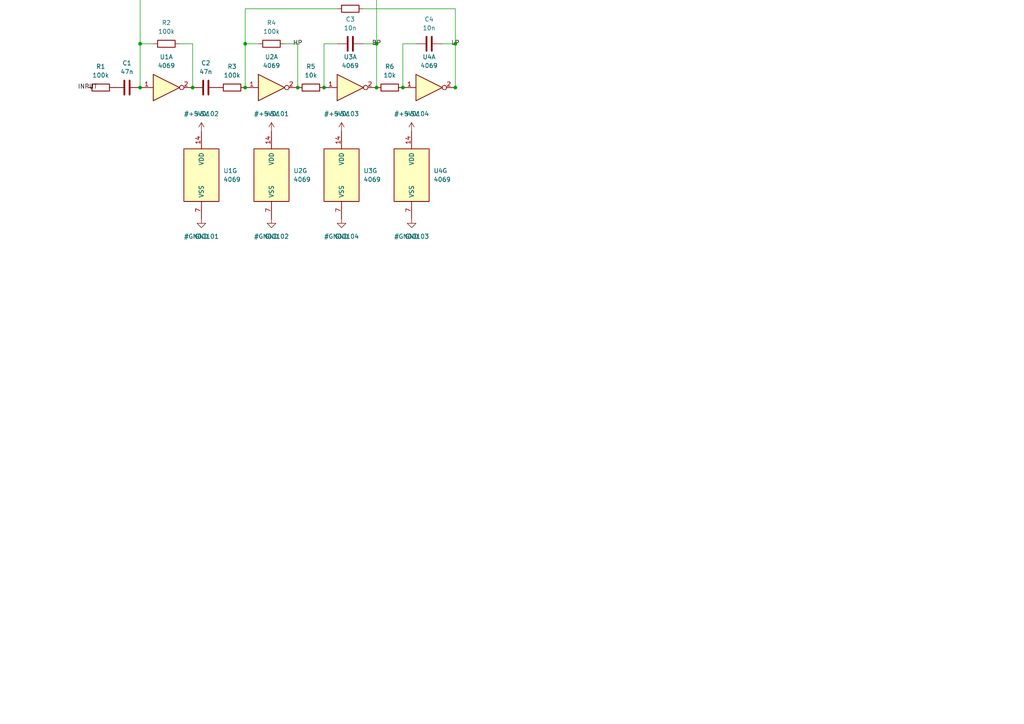
<source format=kicad_sch>
(kicad_sch (version 20211123) (generator elektron)
  (paper "A4")
  (lib_symbols
    (symbol "Device:R" (pin_numbers hide) (pin_names (offset 0))
      (property "Reference" "R" (at 2.032 0 90))
      (property "Value" "R" (at 0 0 90))
      (symbol "R_0_1"
        (rectangle (start -1.016 -2.54) (end 1.016 2.54) (stroke (width 0.254)))
      )
      (symbol "R_1_1"
        (pin passive line (at 0 3.81 270) (length 1.27) (name "~") (number "1"))
        (pin passive line (at 0 -3.81 90) (length 1.27) (name "~") (number "2"))
      )
    )
    (symbol "Device:C" (pin_numbers hide) (pin_names (offset 0.254))
      (property "Reference" "C" (at 0.635 2.54 0))
      (property "Value" "C" (at 0.635 -2.54 0))
      (symbol "C_0_1"
        (polyline (pts (xy -2.032 -0.762) (xy 2.032 -0.762)) (stroke (width 0.508)))
        (polyline (pts (xy -2.032 0.762) (xy 2.032 0.762)) (stroke (width 0.508)))
      )
      (symbol "C_1_1"
        (pin passive line (at 0 3.81 270) (length 2.794) (name "~") (number "1"))
        (pin passive line (at 0 -3.81 90) (length 2.794) (name "~") (number "2"))
      )
    )
    (symbol "4xxx:4069" (pin_names (offset 1.016))
      (property "Reference" "U" (at 0 1.27 0))
      (property "Value" "4069" (at 0 -1.27 0))
      (symbol "4069_1_0"
        (polyline (pts (xy -3.81 3.81) (xy -3.81 -3.81) (xy 3.81 0) (xy -3.81 3.81)) (stroke (width 0.254)) (fill (type background)))
        (pin input line (at -7.62 0 0) (length 3.81) (name "~") (number "1"))
        (pin output inverted (at 7.62 0 180) (length 3.81) (name "~") (number "2"))
      )
      (symbol "4069_2_0"
        (polyline (pts (xy -3.81 3.81) (xy -3.81 -3.81) (xy 3.81 0) (xy -3.81 3.81)) (stroke (width 0.254)) (fill (type background)))
        (pin input line (at -7.62 0 0) (length 3.81) (name "~") (number "3"))
        (pin output inverted (at 7.62 0 180) (length 3.81) (name "~") (number "4"))
      )
      (symbol "4069_3_0"
        (polyline (pts (xy -3.81 3.81) (xy -3.81 -3.81) (xy 3.81 0) (xy -3.81 3.81)) (stroke (width 0.254)) (fill (type background)))
        (pin input line (at -7.62 0 0) (length 3.81) (name "~") (number "5"))
        (pin output inverted (at 7.62 0 180) (length 3.81) (name "~") (number "6"))
      )
      (symbol "4069_4_0"
        (polyline (pts (xy -3.81 3.81) (xy -3.81 -3.81) (xy 3.81 0) (xy -3.81 3.81)) (stroke (width 0.254)) (fill (type background)))
        (pin output inverted (at 7.62 0 180) (length 3.81) (name "~") (number "8"))
        (pin input line (at -7.62 0 0) (length 3.81) (name "~") (number "9"))
      )
      (symbol "4069_5_0"
        (polyline (pts (xy -3.81 3.81) (xy -3.81 -3.81) (xy 3.81 0) (xy -3.81 3.81)) (stroke (width 0.254)) (fill (type background)))
        (pin output inverted (at 7.62 0 180) (length 3.81) (name "~") (number "10"))
        (pin input line (at -7.62 0 0) (length 3.81) (name "~") (number "11"))
      )
      (symbol "4069_6_0"
        (polyline (pts (xy -3.81 3.81) (xy -3.81 -3.81) (xy 3.81 0) (xy -3.81 3.81)) (stroke (width 0.254)) (fill (type background)))
        (pin output inverted (at 7.62 0 180) (length 3.81) (name "~") (number "12"))
        (pin input line (at -7.62 0 0) (length 3.81) (name "~") (number "13"))
      )
      (symbol "4069_7_0"
        (pin power_in line (at 0 12.7 270) (length 5.08) (name "VDD") (number "14"))
        (pin power_in line (at 0 -12.7 90) (length 5.08) (name "VSS") (number "7"))
      )
      (symbol "4069_7_1"
        (rectangle (start -5.08 7.62) (end 5.08 -7.62) (stroke (width 0.254)) (fill (type background)))
      )
    )
    (symbol "power:GND" (power) (pin_names (offset 0))
      (property "Value" "GND" (at 0 -3.81 0))
      (symbol "GND_0_1"
        (polyline (pts (xy 0 0) (xy 0 -1.27) (xy 1.27 -1.27) (xy 0 -2.54) (xy -1.27 -1.27) (xy 0 -1.27)))
      )
      (symbol "GND_1_1"
        (pin power_in line (at 0 0 270) (length 0) hide (name "GND") (number "1"))
      )
    )
    (symbol "power:+5V" (power) (pin_names (offset 0))
      (property "Value" "+5V" (at 0 3.556 0))
      (symbol "+5V_0_1"
        (polyline (pts (xy -0.762 1.27) (xy 0 2.54)))
        (polyline (pts (xy 0 0) (xy 0 2.54)))
        (polyline (pts (xy 0 2.54) (xy 0.762 1.27)))
      )
      (symbol "+5V_1_1"
        (pin power_in line (at 0 0 90) (length 0) hide (name "+5V") (number "1"))
      )
    )
  )
  (label "INPUT" (at 25.4 25.4 180))
  (symbol (lib_id "Device:R") (at 29.21 25.4 90) (unit 1)
    (property "Reference" "R1" (at 29.21 19.3 -90))
    (property "Value" "100k" (at 29.21 21.84 -90))
    (property "Spice_Netlist_Enabled" "Y" (effects hide))
    (property "value" "100k" (effects hide))
  )
  (symbol (lib_id "Device:C") (at 36.83 25.4 90) (unit 1)
    (property "Reference" "C1" (at 36.83 18.290000000000003 -90))
    (property "Value" "47n" (at 36.83 20.830000000000002 -90))
    (property "Spice_Netlist_Enabled" "Y" (effects hide))
    (property "value" "47n" (effects hide))
  )
  (junction (at 40.64 25.4))
  (symbol (lib_id "4xxx:4069") (at 48.26 25.4 0) (unit 1)
    (property "Reference" "U1" (at 48.26 16.51 0))
    (property "Value" "4069" (at 48.26 19.05 0))
    (property "Datasheet" "http://www.intersil.com/content/dam/Intersil/documents/cd40/cd4069ubms.pdf" (effects hide))
    (property "unit" "1" (effects hide))
    (property "Spice_Model" "4069UB" (effects hide))
    (property "Spice_Primitive" "X" (effects hide))
    (property "value" "4069" (effects hide))
  )
  (junction (at 55.88 25.4))
  (symbol (lib_id "Device:C") (at 59.69 25.4 90) (unit 1)
    (property "Reference" "C2" (at 59.69 18.290000000000003 -90))
    (property "Value" "47n" (at 59.69 20.830000000000002 -90))
    (property "Spice_Netlist_Enabled" "Y" (effects hide))
    (property "value" "47n" (effects hide))
  )
  (symbol (lib_id "Device:R") (at 67.31 25.4 90) (unit 1)
    (property "Reference" "R3" (at 67.31 19.3 -90))
    (property "Value" "100k" (at 67.31 21.84 -90))
    (property "value" "100k" (effects hide))
    (property "Spice_Netlist_Enabled" "Y" (effects hide))
  )
  (junction (at 71.12 25.4))
  (symbol (lib_id "4xxx:4069") (at 78.74 25.4 0) (unit 1)
    (property "Reference" "U2" (at 78.74 16.51 0))
    (property "Value" "4069" (at 78.74 19.05 0))
    (property "Datasheet" "http://www.intersil.com/content/dam/Intersil/documents/cd40/cd4069ubms.pdf" (effects hide))
    (property "Spice_Primitive" "X" (effects hide))
    (property "unit" "1" (effects hide))
    (property "value" "4069" (effects hide))
    (property "Spice_Model" "4069UB" (effects hide))
  )
  (junction (at 86.36 25.4))
  (symbol (lib_id "Device:R") (at 90.17 25.4 90) (unit 1)
    (property "Reference" "R5" (at 90.17 19.3 -90))
    (property "Value" "10k" (at 90.17 21.84 -90))
    (property "value" "10k" (effects hide))
    (property "Spice_Netlist_Enabled" "Y" (effects hide))
  )
  (junction (at 93.98 25.4))
  (symbol (lib_id "4xxx:4069") (at 101.6 25.4 0) (unit 1)
    (property "Reference" "U3" (at 101.6 16.51 0))
    (property "Value" "4069" (at 101.6 19.05 0))
    (property "Datasheet" "http://www.intersil.com/content/dam/Intersil/documents/cd40/cd4069ubms.pdf" (effects hide))
    (property "unit" "1" (effects hide))
    (property "Spice_Primitive" "X" (effects hide))
    (property "Spice_Model" "4069UB" (effects hide))
    (property "value" "4069" (effects hide))
  )
  (junction (at 109.22 25.4))
  (symbol (lib_id "Device:R") (at 113.03 25.4 90) (unit 1)
    (property "Reference" "R6" (at 113.03 19.3 -90))
    (property "Value" "10k" (at 113.03 21.84 -90))
    (property "value" "10k" (effects hide))
    (property "Spice_Netlist_Enabled" "Y" (effects hide))
  )
  (junction (at 116.84 25.4))
  (symbol (lib_id "4xxx:4069") (at 124.46 25.4 0) (unit 1)
    (property "Reference" "U4" (at 124.46 16.51 0))
    (property "Value" "4069" (at 124.46 19.05 0))
    (property "Datasheet" "http://www.intersil.com/content/dam/Intersil/documents/cd40/cd4069ubms.pdf" (effects hide))
    (property "value" "4069" (effects hide))
    (property "Spice_Primitive" "X" (effects hide))
    (property "Spice_Model" "4069UB" (effects hide))
    (property "unit" "1" (effects hide))
  )
  (junction (at 132.08 25.4))
  (wire (pts (xy 55.88 25.4) (xy 55.88 12.7)))
  (wire (pts (xy 55.88 12.7) (xy 52.07 12.7)))
  (wire (pts (xy 44.45 12.7) (xy 40.64 12.7)))
  (symbol (lib_id "Device:R") (at 48.26 12.7 270) (unit 1)
    (property "Reference" "R2" (at 48.26 6.6000000000000005 -270))
    (property "Value" "100k" (at 48.26 9.14 -270))
    (property "value" "100k" (effects hide))
    (property "Spice_Netlist_Enabled" "Y" (effects hide))
  )
  (junction (at 40.64 12.7))
  (wire (pts (xy 40.64 12.7) (xy 40.64 25.4)))
  (wire (pts (xy 86.36 25.4) (xy 86.36 12.7)))
  (label "HP" (at 86.36 12.7 0))
  (wire (pts (xy 86.36 12.7) (xy 82.55 12.7)))
  (wire (pts (xy 74.93 12.7) (xy 71.12 12.7)))
  (symbol (lib_id "Device:R") (at 78.74 12.7 270) (unit 1)
    (property "Reference" "R4" (at 78.74 6.6000000000000005 -270))
    (property "Value" "100k" (at 78.74 9.14 -270))
    (property "value" "100k" (effects hide))
    (property "Spice_Netlist_Enabled" "Y" (effects hide))
  )
  (junction (at 71.12 12.7))
  (wire (pts (xy 71.12 12.7) (xy 71.12 25.4)))
  (wire (pts (xy 109.22 25.4) (xy 109.22 12.7)))
  (label "BP" (at 109.22 12.7 0))
  (junction (at 109.22 12.7))
  (wire (pts (xy 109.22 12.7) (xy 105.41 12.7)))
  (wire (pts (xy 97.79 12.7) (xy 93.98 12.7)))
  (symbol (lib_id "Device:C") (at 101.6 12.7 270) (unit 1)
    (property "Reference" "C3" (at 101.6 5.589999999999999 -270))
    (property "Value" "10n" (at 101.6 8.129999999999999 -270))
    (property "Spice_Netlist_Enabled" "Y" (effects hide))
    (property "value" "10n" (effects hide))
  )
  (wire (pts (xy 93.98 12.7) (xy 93.98 25.4)))
  (wire (pts (xy 132.08 25.4) (xy 132.08 12.7)))
  (label "LP" (at 132.08 12.7 0))
  (junction (at 132.08 12.7))
  (wire (pts (xy 132.08 12.7) (xy 128.27 12.7)))
  (wire (pts (xy 120.65 12.7) (xy 116.84 12.7)))
  (symbol (lib_id "Device:C") (at 124.46 12.7 270) (unit 1)
    (property "Reference" "C4" (at 124.46 5.589999999999999 -270))
    (property "Value" "10n" (at 124.46 8.129999999999999 -270))
    (property "Spice_Netlist_Enabled" "Y" (effects hide))
    (property "value" "10n" (effects hide))
  )
  (wire (pts (xy 116.84 12.7) (xy 116.84 25.4)))
  (wire (pts (xy 132.08 12.7) (xy 132.08 2.54)))
  (wire (pts (xy 132.08 2.54) (xy 105.41 2.54)))
  (wire (pts (xy 97.79 2.54) (xy 71.12 2.54)))
  (symbol (lib_id "Device:R") (at 101.6 2.54 270) (unit 1)
    (property "Reference" "R7" (at 101.6 -3.56 -270))
    (property "Value" "100k" (at 101.6 -1.02 -270))
    (property "value" "100k" (effects hide))
    (property "Spice_Netlist_Enabled" "Y" (effects hide))
  )
  (wire (pts (xy 71.12 2.54) (xy 71.12 12.7)))
  (wire (pts (xy 109.22 12.7) (xy 109.22 -7.62)))
  (wire (pts (xy 109.22 -7.62) (xy 78.74 -7.62)))
  (wire (pts (xy 71.12 -7.62) (xy 40.64 -7.62)))
  (symbol (lib_id "Device:R") (at 74.93 -7.62 270) (unit 1)
    (property "Reference" "R8" (at 74.93 -13.719999999999999 -270))
    (property "Value" "100k" (at 74.93 -11.18 -270))
    (property "value" "100k" (effects hide))
    (property "Spice_Netlist_Enabled" "Y" (effects hide))
  )
  (wire (pts (xy 40.64 -7.62) (xy 40.64 12.7)))
  (symbol (lib_id "4xxx:4069") (at 58.42 50.8 0) (unit 7)
    (property "Reference" "U1" (at 64.77 49.529999999999994 360) (effects (justify left)))
    (property "Value" "4069" (at 64.77 52.06999999999999 360) (effects (justify left)))
    (property "Datasheet" "http://www.intersil.com/content/dam/Intersil/documents/cd40/cd4069ubms.pdf" (effects hide))
    (property "value" "4069" (effects hide))
    (property "Spice_Model" "4069UB" (effects hide))
    (property "unit" "7" (effects hide))
  )
  (symbol (lib_id "power:GND") (at 58.42 63.5 0) (unit 1)
    (property "Reference" "GND" (at 58.42 68.58000000000001 0))
    (property "Value" "GND" (at 58.42 68.58000000000001 0))
    (property "unit" "1" (effects hide))
    (property "value" "GND" (effects hide))
  )
  (symbol (lib_id "power:+5V") (at 58.42 38.1 0) (unit 1)
    (property "Reference" "+5V" (at 58.42 33.02 0))
    (property "Value" "+5V" (at 58.42 33.02 0))
    (property "value" "+5V" (effects hide))
    (property "unit" "1" (effects hide))
  )
  (symbol (lib_id "4xxx:4069") (at 78.74 50.8 0) (unit 7)
    (property "Reference" "U2" (at 85.08999999999999 49.529999999999994 360) (effects (justify left)))
    (property "Value" "4069" (at 85.08999999999999 52.06999999999999 360) (effects (justify left)))
    (property "Datasheet" "http://www.intersil.com/content/dam/Intersil/documents/cd40/cd4069ubms.pdf" (effects hide))
    (property "value" "4069" (effects hide))
    (property "unit" "7" (effects hide))
    (property "Spice_Model" "4069UB" (effects hide))
  )
  (symbol (lib_id "power:GND") (at 78.74 63.5 0) (unit 1)
    (property "Reference" "GND" (at 78.74 68.58000000000001 0))
    (property "Value" "GND" (at 78.74 68.58000000000001 0))
    (property "value" "GND" (effects hide))
    (property "unit" "1" (effects hide))
  )
  (symbol (lib_id "power:+5V") (at 78.74 38.1 0) (unit 1)
    (property "Reference" "+5V" (at 78.74 33.02 0))
    (property "Value" "+5V" (at 78.74 33.02 0))
    (property "unit" "1" (effects hide))
    (property "value" "+5V" (effects hide))
  )
  (symbol (lib_id "4xxx:4069") (at 99.06 50.8 0) (unit 7)
    (property "Reference" "U3" (at 105.41 49.529999999999994 360) (effects (justify left)))
    (property "Value" "4069" (at 105.41 52.06999999999999 360) (effects (justify left)))
    (property "Datasheet" "http://www.intersil.com/content/dam/Intersil/documents/cd40/cd4069ubms.pdf" (effects hide))
    (property "value" "4069" (effects hide))
    (property "Spice_Model" "4069UB" (effects hide))
    (property "unit" "7" (effects hide))
  )
  (symbol (lib_id "power:GND") (at 99.06 63.5 0) (unit 1)
    (property "Reference" "GND" (at 99.06 68.58000000000001 0))
    (property "Value" "GND" (at 99.06 68.58000000000001 0))
    (property "value" "GND" (effects hide))
    (property "unit" "1" (effects hide))
  )
  (symbol (lib_id "power:+5V") (at 99.06 38.1 0) (unit 1)
    (property "Reference" "+5V" (at 99.06 33.02 0))
    (property "Value" "+5V" (at 99.06 33.02 0))
    (property "value" "+5V" (effects hide))
    (property "unit" "1" (effects hide))
  )
  (symbol (lib_id "4xxx:4069") (at 119.38 50.8 0) (unit 7)
    (property "Reference" "U4" (at 125.72999999999999 49.529999999999994 360) (effects (justify left)))
    (property "Value" "4069" (at 125.72999999999999 52.06999999999999 360) (effects (justify left)))
    (property "Datasheet" "http://www.intersil.com/content/dam/Intersil/documents/cd40/cd4069ubms.pdf" (effects hide))
    (property "Spice_Model" "4069UB" (effects hide))
    (property "value" "4069" (effects hide))
    (property "unit" "7" (effects hide))
  )
  (symbol (lib_id "power:GND") (at 119.38 63.5 0) (unit 1)
    (property "Reference" "GND" (at 119.38 68.58000000000001 0))
    (property "Value" "GND" (at 119.38 68.58000000000001 0))
    (property "value" "GND" (effects hide))
    (property "unit" "1" (effects hide))
  )
  (symbol (lib_id "power:+5V") (at 119.38 38.1 0) (unit 1)
    (property "Reference" "+5V" (at 119.38 33.02 0))
    (property "Value" "+5V" (at 119.38 33.02 0))
    (property "value" "+5V" (effects hide))
    (property "unit" "1" (effects hide))
  )
)
</source>
